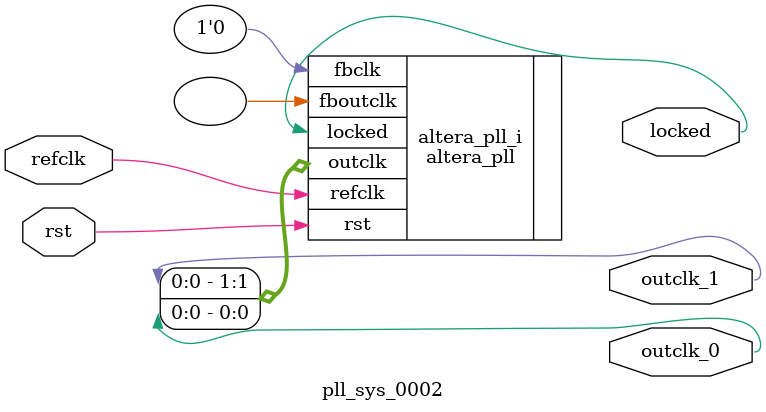
<source format=v>
`timescale 1ns/10ps
module  pll_sys_0002(

	// interface 'refclk'
	input wire refclk,

	// interface 'reset'
	input wire rst,

	// interface 'outclk0'
	output wire outclk_0,

	// interface 'outclk1'
	output wire outclk_1,

	// interface 'locked'
	output wire locked
);

	altera_pll #(
		.fractional_vco_multiplier("false"),
		.reference_clock_frequency("50.0 MHz"),
		.operation_mode("direct"),
		.number_of_clocks(2),
		.output_clock_frequency0("100.000000 MHz"),
		.phase_shift0("0 ps"),
		.duty_cycle0(50),
		.output_clock_frequency1("100.000000 MHz"),
		.phase_shift1("-3750 ps"),
		.duty_cycle1(50),
		.output_clock_frequency2("0 MHz"),
		.phase_shift2("0 ps"),
		.duty_cycle2(50),
		.output_clock_frequency3("0 MHz"),
		.phase_shift3("0 ps"),
		.duty_cycle3(50),
		.output_clock_frequency4("0 MHz"),
		.phase_shift4("0 ps"),
		.duty_cycle4(50),
		.output_clock_frequency5("0 MHz"),
		.phase_shift5("0 ps"),
		.duty_cycle5(50),
		.output_clock_frequency6("0 MHz"),
		.phase_shift6("0 ps"),
		.duty_cycle6(50),
		.output_clock_frequency7("0 MHz"),
		.phase_shift7("0 ps"),
		.duty_cycle7(50),
		.output_clock_frequency8("0 MHz"),
		.phase_shift8("0 ps"),
		.duty_cycle8(50),
		.output_clock_frequency9("0 MHz"),
		.phase_shift9("0 ps"),
		.duty_cycle9(50),
		.output_clock_frequency10("0 MHz"),
		.phase_shift10("0 ps"),
		.duty_cycle10(50),
		.output_clock_frequency11("0 MHz"),
		.phase_shift11("0 ps"),
		.duty_cycle11(50),
		.output_clock_frequency12("0 MHz"),
		.phase_shift12("0 ps"),
		.duty_cycle12(50),
		.output_clock_frequency13("0 MHz"),
		.phase_shift13("0 ps"),
		.duty_cycle13(50),
		.output_clock_frequency14("0 MHz"),
		.phase_shift14("0 ps"),
		.duty_cycle14(50),
		.output_clock_frequency15("0 MHz"),
		.phase_shift15("0 ps"),
		.duty_cycle15(50),
		.output_clock_frequency16("0 MHz"),
		.phase_shift16("0 ps"),
		.duty_cycle16(50),
		.output_clock_frequency17("0 MHz"),
		.phase_shift17("0 ps"),
		.duty_cycle17(50),
		.pll_type("General"),
		.pll_subtype("General")
	) altera_pll_i (
		.rst	(rst),
		.outclk	({outclk_1, outclk_0}),
		.locked	(locked),
		.fboutclk	( ),
		.fbclk	(1'b0),
		.refclk	(refclk)
	);
endmodule


</source>
